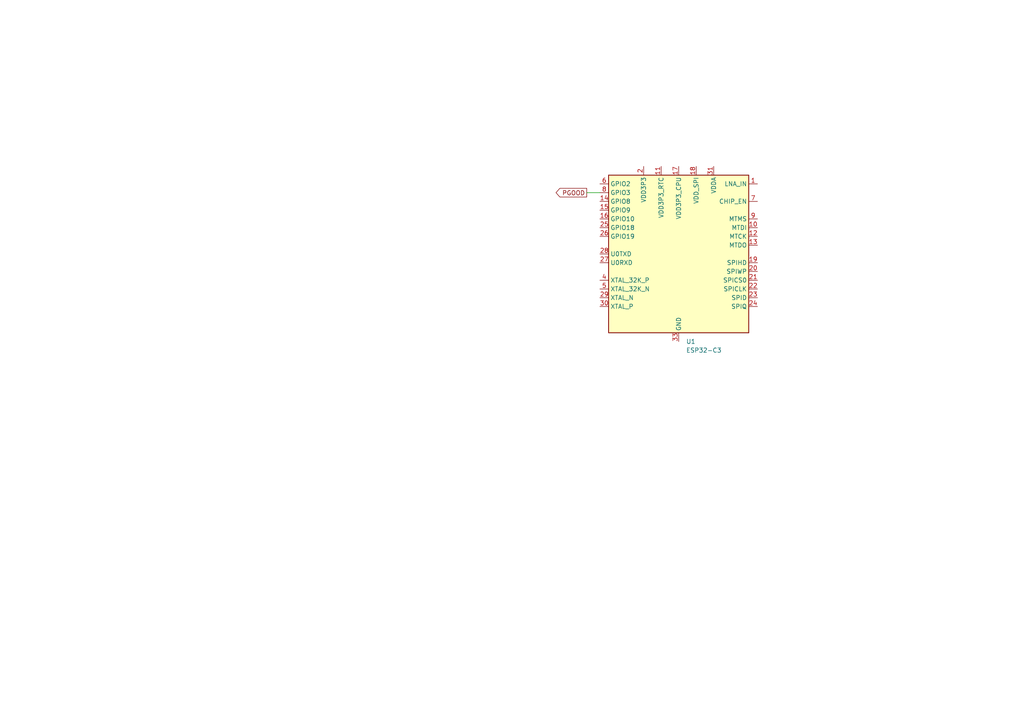
<source format=kicad_sch>
(kicad_sch (version 20250114) (generator "eeschema") (generator_version "9.0")
  (paper "A4")
  (lib_symbols
    (symbol "MCU_Espressif:ESP32-C3"
      (property "Reference" "U" (at -17.272 23.876 0))
      (property "Value" "ESP32-C3" (at 16.256 23.876 0))
      (symbol "ESP32-C3_1_1"
        (rectangle (start -20.32 22.86) (end 20.32 -22.86) (stroke (width 0.254)) (fill (type background)))
        (pin bidirectional line (at -22.86 20.32 0) (length 2.54) (name "GPIO2") (number "6"))
        (pin bidirectional line (at -22.86 17.78 0) (length 2.54) (name "GPIO3") (number "8"))
        (pin bidirectional line (at -22.86 15.24 0) (length 2.54) (name "GPIO8") (number "14"))
        (pin bidirectional line (at -22.86 12.7 0) (length 2.54) (name "GPIO9") (number "15"))
        (pin bidirectional line (at -22.86 10.16 0) (length 2.54) (name "GPIO10") (number "16"))
        (pin bidirectional line (at -22.86 7.62 0) (length 2.54) (name "GPIO18") (number "25"))
        (pin bidirectional line (at -22.86 5.08 0) (length 2.54) (name "GPIO19") (number "26"))
        (pin bidirectional line (at -22.86 0 0) (length 2.54) (name "U0TXD") (number "28"))
        (pin bidirectional line (at -22.86 -2.54 0) (length 2.54) (name "U0RXD") (number "27"))
        (pin bidirectional line (at -22.86 -7.62 0) (length 2.54) (name "XTAL_32K_P") (number "4"))
        (pin bidirectional line (at -22.86 -10.16 0) (length 2.54) (name "XTAL_32K_N") (number "5"))
        (pin bidirectional line (at -22.86 -12.7 0) (length 2.54) (name "XTAL_N") (number "29"))
        (pin bidirectional line (at -22.86 -15.24 0) (length 2.54) (name "XTAL_P") (number "30"))
        (pin power_in line (at -10.16 25.4 270) (length 2.54) (name "VDD3P3") (number "2"))
        (pin passive line (at -10.16 25.4 270) (length 2.54) (hide yes) (name "VDD3P3") (number "3"))
        (pin power_in line (at -5.08 25.4 270) (length 2.54) (name "VDD3P3_RTC") (number "11"))
        (pin power_in line (at 0 25.4 270) (length 2.54) (name "VDD3P3_CPU") (number "17"))
        (pin power_in line (at 0 -25.4 90) (length 2.54) (name "GND") (number "33"))
        (pin power_out line (at 5.08 25.4 270) (length 2.54) (name "VDD_SPI") (number "18"))
        (pin power_in line (at 10.16 25.4 270) (length 2.54) (name "VDDA") (number "31"))
        (pin passive line (at 10.16 25.4 270) (length 2.54) (hide yes) (name "VDDA") (number "32"))
        (pin bidirectional line (at 22.86 20.32 180) (length 2.54) (name "LNA_IN") (number "1"))
        (pin bidirectional line (at 22.86 15.24 180) (length 2.54) (name "CHIP_EN") (number "7"))
        (pin bidirectional line (at 22.86 10.16 180) (length 2.54) (name "MTMS") (number "9"))
        (pin bidirectional line (at 22.86 7.62 180) (length 2.54) (name "MTDI") (number "10"))
        (pin bidirectional line (at 22.86 5.08 180) (length 2.54) (name "MTCK") (number "12"))
        (pin bidirectional line (at 22.86 2.54 180) (length 2.54) (name "MTDO") (number "13"))
        (pin bidirectional line (at 22.86 -2.54 180) (length 2.54) (name "SPIHD") (number "19"))
        (pin bidirectional line (at 22.86 -5.08 180) (length 2.54) (name "SPIWP") (number "20"))
        (pin bidirectional line (at 22.86 -7.62 180) (length 2.54) (name "SPICS0") (number "21"))
        (pin bidirectional line (at 22.86 -10.16 180) (length 2.54) (name "SPICLK") (number "22"))
        (pin bidirectional line (at 22.86 -12.7 180) (length 2.54) (name "SPID") (number "23"))
        (pin bidirectional line (at 22.86 -15.24 180) (length 2.54) (name "SPIQ") (number "24"))
      )
    )
  )
  (wire (pts (xy 170.18 55.88) (xy 173.99 55.88)))
  (global_label "PGOOD" (shape output) (at 170.18 55.88 180) (property "Intersheetrefs" "${INTERSHEET_REFS}" (effects (hide yes))))
  (symbol (lib_id "MCU_Espressif:ESP32-C3") (at 196.85 73.66 0) (unit 1)
    (property "Reference" "U1" (at 198.9933 99.06 0) (effects (justify left)))
    (property "Value" "ESP32-C3" (at 198.9933 101.6 0) (effects (justify left)))
    (property "Footprint" "Package_DFN_QFN:QFN-32-1EP_5x5mm_P0.5mm_EP3.7x3.7mm" (effects (hide yes)))
    (property "Datasheet" "https://www.espressif.com/sites/default/files/documentation/esp32-c3_datasheet_en.pdf" (effects (hide yes)))
    (property "Description" "RF Module, ESP32 SoC, RISC-V, WiFi 802.11b/n/g, Bluetooth LE 5, QFN32" (effects (hide yes)))
  )
)
</source>
